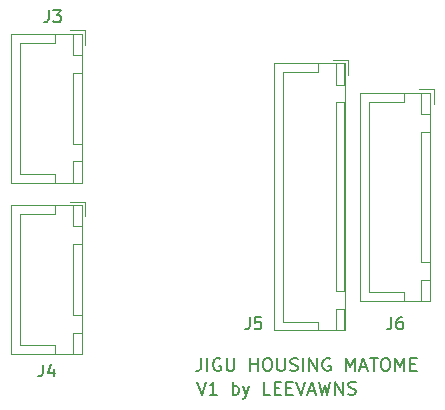
<source format=gbr>
G04 #@! TF.GenerationSoftware,KiCad,Pcbnew,(5.0.0-rc3)*
G04 #@! TF.CreationDate,2018-08-22T01:59:55-07:00*
G04 #@! TF.ProjectId,JIGU MATOME,4A494755204D41544F4D452E6B696361,rev?*
G04 #@! TF.SameCoordinates,Original*
G04 #@! TF.FileFunction,Legend,Top*
G04 #@! TF.FilePolarity,Positive*
%FSLAX46Y46*%
G04 Gerber Fmt 4.6, Leading zero omitted, Abs format (unit mm)*
G04 Created by KiCad (PCBNEW (5.0.0-rc3)) date 08/22/18 01:59:55*
%MOMM*%
%LPD*%
G01*
G04 APERTURE LIST*
%ADD10C,0.200000*%
%ADD11C,0.120000*%
%ADD12C,0.150000*%
G04 APERTURE END LIST*
D10*
X143492857Y-114897619D02*
X143859523Y-115997619D01*
X144226190Y-114897619D01*
X145169047Y-115997619D02*
X144540476Y-115997619D01*
X144854761Y-115997619D02*
X144854761Y-114897619D01*
X144749999Y-115054761D01*
X144645238Y-115159523D01*
X144540476Y-115211904D01*
X146478571Y-115997619D02*
X146478571Y-114897619D01*
X146478571Y-115316666D02*
X146583333Y-115264285D01*
X146792857Y-115264285D01*
X146897619Y-115316666D01*
X146949999Y-115369047D01*
X147002380Y-115473809D01*
X147002380Y-115788095D01*
X146949999Y-115892857D01*
X146897619Y-115945238D01*
X146792857Y-115997619D01*
X146583333Y-115997619D01*
X146478571Y-115945238D01*
X147369047Y-115264285D02*
X147630952Y-115997619D01*
X147892857Y-115264285D02*
X147630952Y-115997619D01*
X147526190Y-116259523D01*
X147473809Y-116311904D01*
X147369047Y-116364285D01*
X149673809Y-115997619D02*
X149149999Y-115997619D01*
X149149999Y-114897619D01*
X150040476Y-115421428D02*
X150407142Y-115421428D01*
X150564285Y-115997619D02*
X150040476Y-115997619D01*
X150040476Y-114897619D01*
X150564285Y-114897619D01*
X151035714Y-115421428D02*
X151402380Y-115421428D01*
X151559523Y-115997619D02*
X151035714Y-115997619D01*
X151035714Y-114897619D01*
X151559523Y-114897619D01*
X151873809Y-114897619D02*
X152240476Y-115997619D01*
X152607142Y-114897619D01*
X152921428Y-115683333D02*
X153445238Y-115683333D01*
X152816666Y-115997619D02*
X153183333Y-114897619D01*
X153549999Y-115997619D01*
X153811904Y-114897619D02*
X154073809Y-115997619D01*
X154283333Y-115211904D01*
X154492857Y-115997619D01*
X154754761Y-114897619D01*
X155173809Y-115997619D02*
X155173809Y-114897619D01*
X155802380Y-115997619D01*
X155802380Y-114897619D01*
X156273809Y-115945238D02*
X156430952Y-115997619D01*
X156692857Y-115997619D01*
X156797619Y-115945238D01*
X156849999Y-115892857D01*
X156902380Y-115788095D01*
X156902380Y-115683333D01*
X156849999Y-115578571D01*
X156797619Y-115526190D01*
X156692857Y-115473809D01*
X156483333Y-115421428D01*
X156378571Y-115369047D01*
X156326190Y-115316666D01*
X156273809Y-115211904D01*
X156273809Y-115107142D01*
X156326190Y-115002380D01*
X156378571Y-114950000D01*
X156483333Y-114897619D01*
X156745238Y-114897619D01*
X156902380Y-114950000D01*
X143819047Y-112897619D02*
X143819047Y-113683333D01*
X143766666Y-113840476D01*
X143661904Y-113945238D01*
X143504761Y-113997619D01*
X143399999Y-113997619D01*
X144342857Y-113997619D02*
X144342857Y-112897619D01*
X145442857Y-112950000D02*
X145338095Y-112897619D01*
X145180952Y-112897619D01*
X145023809Y-112950000D01*
X144919047Y-113054761D01*
X144866666Y-113159523D01*
X144814285Y-113369047D01*
X144814285Y-113526190D01*
X144866666Y-113735714D01*
X144919047Y-113840476D01*
X145023809Y-113945238D01*
X145180952Y-113997619D01*
X145285714Y-113997619D01*
X145442857Y-113945238D01*
X145495238Y-113892857D01*
X145495238Y-113526190D01*
X145285714Y-113526190D01*
X145966666Y-112897619D02*
X145966666Y-113788095D01*
X146019047Y-113892857D01*
X146071428Y-113945238D01*
X146176190Y-113997619D01*
X146385714Y-113997619D01*
X146490476Y-113945238D01*
X146542857Y-113892857D01*
X146595238Y-113788095D01*
X146595238Y-112897619D01*
X147957142Y-113997619D02*
X147957142Y-112897619D01*
X147957142Y-113421428D02*
X148585714Y-113421428D01*
X148585714Y-113997619D02*
X148585714Y-112897619D01*
X149319047Y-112897619D02*
X149528571Y-112897619D01*
X149633333Y-112950000D01*
X149738095Y-113054761D01*
X149790476Y-113264285D01*
X149790476Y-113630952D01*
X149738095Y-113840476D01*
X149633333Y-113945238D01*
X149528571Y-113997619D01*
X149319047Y-113997619D01*
X149214285Y-113945238D01*
X149109523Y-113840476D01*
X149057142Y-113630952D01*
X149057142Y-113264285D01*
X149109523Y-113054761D01*
X149214285Y-112950000D01*
X149319047Y-112897619D01*
X150261904Y-112897619D02*
X150261904Y-113788095D01*
X150314285Y-113892857D01*
X150366666Y-113945238D01*
X150471428Y-113997619D01*
X150680952Y-113997619D01*
X150785714Y-113945238D01*
X150838095Y-113892857D01*
X150890476Y-113788095D01*
X150890476Y-112897619D01*
X151361904Y-113945238D02*
X151519047Y-113997619D01*
X151780952Y-113997619D01*
X151885714Y-113945238D01*
X151938095Y-113892857D01*
X151990476Y-113788095D01*
X151990476Y-113683333D01*
X151938095Y-113578571D01*
X151885714Y-113526190D01*
X151780952Y-113473809D01*
X151571428Y-113421428D01*
X151466666Y-113369047D01*
X151414285Y-113316666D01*
X151361904Y-113211904D01*
X151361904Y-113107142D01*
X151414285Y-113002380D01*
X151466666Y-112950000D01*
X151571428Y-112897619D01*
X151833333Y-112897619D01*
X151990476Y-112950000D01*
X152461904Y-113997619D02*
X152461904Y-112897619D01*
X152985714Y-113997619D02*
X152985714Y-112897619D01*
X153614285Y-113997619D01*
X153614285Y-112897619D01*
X154714285Y-112950000D02*
X154609523Y-112897619D01*
X154452380Y-112897619D01*
X154295238Y-112950000D01*
X154190476Y-113054761D01*
X154138095Y-113159523D01*
X154085714Y-113369047D01*
X154085714Y-113526190D01*
X154138095Y-113735714D01*
X154190476Y-113840476D01*
X154295238Y-113945238D01*
X154452380Y-113997619D01*
X154557142Y-113997619D01*
X154714285Y-113945238D01*
X154766666Y-113892857D01*
X154766666Y-113526190D01*
X154557142Y-113526190D01*
X156076190Y-113997619D02*
X156076190Y-112897619D01*
X156442857Y-113683333D01*
X156809523Y-112897619D01*
X156809523Y-113997619D01*
X157280952Y-113683333D02*
X157804761Y-113683333D01*
X157176190Y-113997619D02*
X157542857Y-112897619D01*
X157909523Y-113997619D01*
X158119047Y-112897619D02*
X158747619Y-112897619D01*
X158433333Y-113997619D02*
X158433333Y-112897619D01*
X159323809Y-112897619D02*
X159533333Y-112897619D01*
X159638095Y-112950000D01*
X159742857Y-113054761D01*
X159795238Y-113264285D01*
X159795238Y-113630952D01*
X159742857Y-113840476D01*
X159638095Y-113945238D01*
X159533333Y-113997619D01*
X159323809Y-113997619D01*
X159219047Y-113945238D01*
X159114285Y-113840476D01*
X159061904Y-113630952D01*
X159061904Y-113264285D01*
X159114285Y-113054761D01*
X159219047Y-112950000D01*
X159323809Y-112897619D01*
X160266666Y-113997619D02*
X160266666Y-112897619D01*
X160633333Y-113683333D01*
X160999999Y-112897619D01*
X160999999Y-113997619D01*
X161523809Y-113421428D02*
X161890476Y-113421428D01*
X162047619Y-113997619D02*
X161523809Y-113997619D01*
X161523809Y-112897619D01*
X162047619Y-112897619D01*
D11*
G04 #@! TO.C,J3*
X133710000Y-85440000D02*
X127740000Y-85440000D01*
X127740000Y-85440000D02*
X127740000Y-98060000D01*
X127740000Y-98060000D02*
X133710000Y-98060000D01*
X133710000Y-98060000D02*
X133710000Y-85440000D01*
X133700000Y-88750000D02*
X132950000Y-88750000D01*
X132950000Y-88750000D02*
X132950000Y-94750000D01*
X132950000Y-94750000D02*
X133700000Y-94750000D01*
X133700000Y-94750000D02*
X133700000Y-88750000D01*
X133700000Y-85450000D02*
X132950000Y-85450000D01*
X132950000Y-85450000D02*
X132950000Y-87250000D01*
X132950000Y-87250000D02*
X133700000Y-87250000D01*
X133700000Y-87250000D02*
X133700000Y-85450000D01*
X133700000Y-96250000D02*
X132950000Y-96250000D01*
X132950000Y-96250000D02*
X132950000Y-98050000D01*
X132950000Y-98050000D02*
X133700000Y-98050000D01*
X133700000Y-98050000D02*
X133700000Y-96250000D01*
X131450000Y-85450000D02*
X131450000Y-86200000D01*
X131450000Y-86200000D02*
X128500000Y-86200000D01*
X128500000Y-86200000D02*
X128500000Y-91750000D01*
X131450000Y-98050000D02*
X131450000Y-97300000D01*
X131450000Y-97300000D02*
X128500000Y-97300000D01*
X128500000Y-97300000D02*
X128500000Y-91750000D01*
X134000000Y-86400000D02*
X134000000Y-85150000D01*
X134000000Y-85150000D02*
X132750000Y-85150000D01*
G04 #@! TO.C,J4*
X133710000Y-99940000D02*
X127740000Y-99940000D01*
X127740000Y-99940000D02*
X127740000Y-112560000D01*
X127740000Y-112560000D02*
X133710000Y-112560000D01*
X133710000Y-112560000D02*
X133710000Y-99940000D01*
X133700000Y-103250000D02*
X132950000Y-103250000D01*
X132950000Y-103250000D02*
X132950000Y-109250000D01*
X132950000Y-109250000D02*
X133700000Y-109250000D01*
X133700000Y-109250000D02*
X133700000Y-103250000D01*
X133700000Y-99950000D02*
X132950000Y-99950000D01*
X132950000Y-99950000D02*
X132950000Y-101750000D01*
X132950000Y-101750000D02*
X133700000Y-101750000D01*
X133700000Y-101750000D02*
X133700000Y-99950000D01*
X133700000Y-110750000D02*
X132950000Y-110750000D01*
X132950000Y-110750000D02*
X132950000Y-112550000D01*
X132950000Y-112550000D02*
X133700000Y-112550000D01*
X133700000Y-112550000D02*
X133700000Y-110750000D01*
X131450000Y-99950000D02*
X131450000Y-100700000D01*
X131450000Y-100700000D02*
X128500000Y-100700000D01*
X128500000Y-100700000D02*
X128500000Y-106250000D01*
X131450000Y-112550000D02*
X131450000Y-111800000D01*
X131450000Y-111800000D02*
X128500000Y-111800000D01*
X128500000Y-111800000D02*
X128500000Y-106250000D01*
X134000000Y-100900000D02*
X134000000Y-99650000D01*
X134000000Y-99650000D02*
X132750000Y-99650000D01*
G04 #@! TO.C,J5*
X155960000Y-87940000D02*
X149990000Y-87940000D01*
X149990000Y-87940000D02*
X149990000Y-110560000D01*
X149990000Y-110560000D02*
X155960000Y-110560000D01*
X155960000Y-110560000D02*
X155960000Y-87940000D01*
X155950000Y-91250000D02*
X155200000Y-91250000D01*
X155200000Y-91250000D02*
X155200000Y-107250000D01*
X155200000Y-107250000D02*
X155950000Y-107250000D01*
X155950000Y-107250000D02*
X155950000Y-91250000D01*
X155950000Y-87950000D02*
X155200000Y-87950000D01*
X155200000Y-87950000D02*
X155200000Y-89750000D01*
X155200000Y-89750000D02*
X155950000Y-89750000D01*
X155950000Y-89750000D02*
X155950000Y-87950000D01*
X155950000Y-108750000D02*
X155200000Y-108750000D01*
X155200000Y-108750000D02*
X155200000Y-110550000D01*
X155200000Y-110550000D02*
X155950000Y-110550000D01*
X155950000Y-110550000D02*
X155950000Y-108750000D01*
X153700000Y-87950000D02*
X153700000Y-88700000D01*
X153700000Y-88700000D02*
X150750000Y-88700000D01*
X150750000Y-88700000D02*
X150750000Y-99250000D01*
X153700000Y-110550000D02*
X153700000Y-109800000D01*
X153700000Y-109800000D02*
X150750000Y-109800000D01*
X150750000Y-109800000D02*
X150750000Y-99250000D01*
X156250000Y-88900000D02*
X156250000Y-87650000D01*
X156250000Y-87650000D02*
X155000000Y-87650000D01*
G04 #@! TO.C,J6*
X163210000Y-90440000D02*
X157240000Y-90440000D01*
X157240000Y-90440000D02*
X157240000Y-108060000D01*
X157240000Y-108060000D02*
X163210000Y-108060000D01*
X163210000Y-108060000D02*
X163210000Y-90440000D01*
X163200000Y-93750000D02*
X162450000Y-93750000D01*
X162450000Y-93750000D02*
X162450000Y-104750000D01*
X162450000Y-104750000D02*
X163200000Y-104750000D01*
X163200000Y-104750000D02*
X163200000Y-93750000D01*
X163200000Y-90450000D02*
X162450000Y-90450000D01*
X162450000Y-90450000D02*
X162450000Y-92250000D01*
X162450000Y-92250000D02*
X163200000Y-92250000D01*
X163200000Y-92250000D02*
X163200000Y-90450000D01*
X163200000Y-106250000D02*
X162450000Y-106250000D01*
X162450000Y-106250000D02*
X162450000Y-108050000D01*
X162450000Y-108050000D02*
X163200000Y-108050000D01*
X163200000Y-108050000D02*
X163200000Y-106250000D01*
X160950000Y-90450000D02*
X160950000Y-91200000D01*
X160950000Y-91200000D02*
X158000000Y-91200000D01*
X158000000Y-91200000D02*
X158000000Y-99250000D01*
X160950000Y-108050000D02*
X160950000Y-107300000D01*
X160950000Y-107300000D02*
X158000000Y-107300000D01*
X158000000Y-107300000D02*
X158000000Y-99250000D01*
X163500000Y-91400000D02*
X163500000Y-90150000D01*
X163500000Y-90150000D02*
X162250000Y-90150000D01*
G04 #@! TO.C,J3*
D12*
X130916666Y-83452380D02*
X130916666Y-84166666D01*
X130869047Y-84309523D01*
X130773809Y-84404761D01*
X130630952Y-84452380D01*
X130535714Y-84452380D01*
X131297619Y-83452380D02*
X131916666Y-83452380D01*
X131583333Y-83833333D01*
X131726190Y-83833333D01*
X131821428Y-83880952D01*
X131869047Y-83928571D01*
X131916666Y-84023809D01*
X131916666Y-84261904D01*
X131869047Y-84357142D01*
X131821428Y-84404761D01*
X131726190Y-84452380D01*
X131440476Y-84452380D01*
X131345238Y-84404761D01*
X131297619Y-84357142D01*
G04 #@! TO.C,J4*
X130416666Y-113452380D02*
X130416666Y-114166666D01*
X130369047Y-114309523D01*
X130273809Y-114404761D01*
X130130952Y-114452380D01*
X130035714Y-114452380D01*
X131321428Y-113785714D02*
X131321428Y-114452380D01*
X131083333Y-113404761D02*
X130845238Y-114119047D01*
X131464285Y-114119047D01*
G04 #@! TO.C,J5*
X147916666Y-109452380D02*
X147916666Y-110166666D01*
X147869047Y-110309523D01*
X147773809Y-110404761D01*
X147630952Y-110452380D01*
X147535714Y-110452380D01*
X148869047Y-109452380D02*
X148392857Y-109452380D01*
X148345238Y-109928571D01*
X148392857Y-109880952D01*
X148488095Y-109833333D01*
X148726190Y-109833333D01*
X148821428Y-109880952D01*
X148869047Y-109928571D01*
X148916666Y-110023809D01*
X148916666Y-110261904D01*
X148869047Y-110357142D01*
X148821428Y-110404761D01*
X148726190Y-110452380D01*
X148488095Y-110452380D01*
X148392857Y-110404761D01*
X148345238Y-110357142D01*
G04 #@! TO.C,J6*
X159916666Y-109452380D02*
X159916666Y-110166666D01*
X159869047Y-110309523D01*
X159773809Y-110404761D01*
X159630952Y-110452380D01*
X159535714Y-110452380D01*
X160821428Y-109452380D02*
X160630952Y-109452380D01*
X160535714Y-109500000D01*
X160488095Y-109547619D01*
X160392857Y-109690476D01*
X160345238Y-109880952D01*
X160345238Y-110261904D01*
X160392857Y-110357142D01*
X160440476Y-110404761D01*
X160535714Y-110452380D01*
X160726190Y-110452380D01*
X160821428Y-110404761D01*
X160869047Y-110357142D01*
X160916666Y-110261904D01*
X160916666Y-110023809D01*
X160869047Y-109928571D01*
X160821428Y-109880952D01*
X160726190Y-109833333D01*
X160535714Y-109833333D01*
X160440476Y-109880952D01*
X160392857Y-109928571D01*
X160345238Y-110023809D01*
G04 #@! TD*
M02*

</source>
